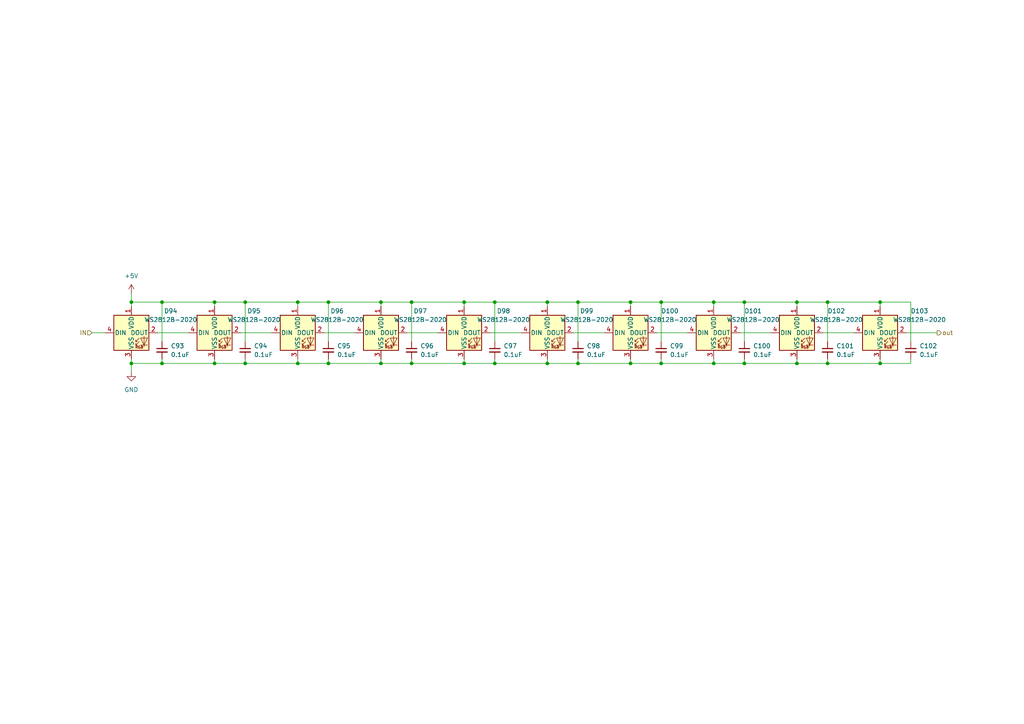
<source format=kicad_sch>
(kicad_sch (version 20231120) (generator "eeschema") (generator_version "8.0")
  (paper "A4")
  (title_block (title "SONY Speaker LED Small") (company "ProductYZ"))
  (lib_symbols
    (symbol "Device:C_Small" (pin_numbers hide) (pin_names (offset 0.254) hide)
      (property "Reference" "C" (at 0.254 1.778 0))
      (property "Value" "C_Small" (at 0.254 -2.032 0))
      (symbol "C_Small_0_1"
        (polyline (pts (xy -1.524 -0.508) (xy 1.524 -0.508)) (stroke (width 0.3302)))
        (polyline (pts (xy -1.524 0.508) (xy 1.524 0.508)) (stroke (width 0.3048)))
      )
      (symbol "C_Small_1_1"
        (pin passive line (at 0 2.54 270) (length 2.032) (name "~") (number "1"))
        (pin passive line (at 0 -2.54 90) (length 2.032) (name "~") (number "2"))
      )
    )
    (symbol "LED:WS2812B" (pin_names (offset 0.254))
      (property "Reference" "D" (at 5.08 5.715 0))
      (property "Value" "WS2812B" (at 1.27 -5.715 0))
      (symbol "WS2812B_0_0"
        (text "RGB" (at 2.286 -4.191 0) (effects (font (size 0.762 0.762))))
      )
      (symbol "WS2812B_0_1"
        (polyline (pts (xy 1.27 -3.556) (xy 1.778 -3.556)))
        (polyline (pts (xy 1.27 -2.54) (xy 1.778 -2.54)))
        (polyline (pts (xy 4.699 -3.556) (xy 2.667 -3.556)))
        (polyline (pts (xy 2.286 -2.54) (xy 1.27 -3.556) (xy 1.27 -3.048)))
        (polyline (pts (xy 2.286 -1.524) (xy 1.27 -2.54) (xy 1.27 -2.032)))
        (polyline (pts (xy 3.683 -1.016) (xy 3.683 -3.556) (xy 3.683 -4.064)))
        (polyline (pts (xy 4.699 -1.524) (xy 2.667 -1.524) (xy 3.683 -3.556) (xy 4.699 -1.524)))
        (rectangle (start 5.08 5.08) (end -5.08 -5.08) (stroke (width 0.254)) (fill (type background)))
      )
      (symbol "WS2812B_1_1"
        (pin power_in line (at 0 7.62 270) (length 2.54) (name "VDD") (number "1"))
        (pin output line (at 7.62 0 180) (length 2.54) (name "DOUT") (number "2"))
        (pin power_in line (at 0 -7.62 90) (length 2.54) (name "VSS") (number "3"))
        (pin input line (at -7.62 0 0) (length 2.54) (name "DIN") (number "4"))
      )
    )
    (symbol "power:+5V" (power) (pin_numbers hide) (pin_names (offset 0) hide)
      (property "Value" "+5V" (at 0 3.556 0))
      (symbol "+5V_0_1"
        (polyline (pts (xy -0.762 1.27) (xy 0 2.54)))
        (polyline (pts (xy 0 0) (xy 0 2.54)))
        (polyline (pts (xy 0 2.54) (xy 0.762 1.27)))
      )
      (symbol "+5V_1_1"
        (pin power_in line (at 0 0 90) (length 0) (name "~") (number "1"))
      )
    )
    (symbol "power:GND" (power) (pin_numbers hide) (pin_names (offset 0) hide)
      (property "Value" "GND" (at 0 -3.81 0))
      (symbol "GND_0_1"
        (polyline (pts (xy 0 0) (xy 0 -1.27) (xy 1.27 -1.27) (xy 0 -2.54) (xy -1.27 -1.27) (xy 0 -1.27)))
      )
      (symbol "GND_1_1"
        (pin power_in line (at 0 0 270) (length 0) (name "~") (number "1"))
      )
    )
  )
  (junction (at 86.36 105.41))
  (junction (at 158.75 105.41))
  (junction (at 167.64 105.41))
  (junction (at 215.9 105.41))
  (junction (at 134.62 105.41))
  (junction (at 46.99 87.63))
  (junction (at 182.88 105.41))
  (junction (at 191.77 87.63))
  (junction (at 95.25 87.63))
  (junction (at 62.23 87.63))
  (junction (at 38.1 105.41))
  (junction (at 182.88 87.63))
  (junction (at 158.75 87.63))
  (junction (at 119.38 87.63))
  (junction (at 255.27 87.63))
  (junction (at 134.62 87.63))
  (junction (at 110.49 105.41))
  (junction (at 110.49 87.63))
  (junction (at 240.03 105.41))
  (junction (at 95.25 105.41))
  (junction (at 231.14 87.63))
  (junction (at 207.01 87.63))
  (junction (at 71.12 105.41))
  (junction (at 86.36 87.63))
  (junction (at 215.9 87.63))
  (junction (at 231.14 105.41))
  (junction (at 143.51 105.41))
  (junction (at 143.51 87.63))
  (junction (at 191.77 105.41))
  (junction (at 62.23 105.41))
  (junction (at 255.27 105.41))
  (junction (at 119.38 105.41))
  (junction (at 207.01 105.41))
  (junction (at 240.03 87.63))
  (junction (at 167.64 87.63))
  (junction (at 38.1 87.63))
  (junction (at 46.99 105.41))
  (junction (at 71.12 87.63))
  (wire (pts (xy 46.99 105.41) (xy 46.99 104.14)))
  (wire (pts (xy 110.49 104.14) (xy 110.49 105.41)))
  (wire (pts (xy 238.76 96.52) (xy 247.65 96.52)))
  (wire (pts (xy 158.75 88.9) (xy 158.75 87.63)))
  (wire (pts (xy 143.51 105.41) (xy 143.51 104.14)))
  (wire (pts (xy 264.16 87.63) (xy 264.16 99.06)))
  (wire (pts (xy 214.63 96.52) (xy 223.52 96.52)))
  (wire (pts (xy 191.77 105.41) (xy 207.01 105.41)))
  (wire (pts (xy 38.1 85.09) (xy 38.1 87.63)))
  (wire (pts (xy 62.23 88.9) (xy 62.23 87.63)))
  (wire (pts (xy 231.14 87.63) (xy 240.03 87.63)))
  (wire (pts (xy 215.9 87.63) (xy 215.9 99.06)))
  (wire (pts (xy 118.11 96.52) (xy 127 96.52)))
  (wire (pts (xy 134.62 105.41) (xy 143.51 105.41)))
  (wire (pts (xy 191.77 87.63) (xy 191.77 99.06)))
  (wire (pts (xy 62.23 105.41) (xy 71.12 105.41)))
  (wire (pts (xy 182.88 105.41) (xy 191.77 105.41)))
  (wire (pts (xy 71.12 87.63) (xy 86.36 87.63)))
  (wire (pts (xy 95.25 87.63) (xy 110.49 87.63)))
  (wire (pts (xy 158.75 105.41) (xy 167.64 105.41)))
  (wire (pts (xy 46.99 87.63) (xy 62.23 87.63)))
  (wire (pts (xy 158.75 87.63) (xy 167.64 87.63)))
  (wire (pts (xy 167.64 105.41) (xy 182.88 105.41)))
  (wire (pts (xy 38.1 104.14) (xy 38.1 105.41)))
  (wire (pts (xy 190.5 96.52) (xy 199.39 96.52)))
  (wire (pts (xy 86.36 105.41) (xy 95.25 105.41)))
  (wire (pts (xy 262.89 96.52) (xy 271.78 96.52)))
  (wire (pts (xy 143.51 105.41) (xy 158.75 105.41)))
  (wire (pts (xy 167.64 87.63) (xy 182.88 87.63)))
  (wire (pts (xy 46.99 87.63) (xy 46.99 99.06)))
  (wire (pts (xy 71.12 87.63) (xy 71.12 99.06)))
  (wire (pts (xy 38.1 88.9) (xy 38.1 87.63)))
  (wire (pts (xy 38.1 105.41) (xy 38.1 107.95)))
  (wire (pts (xy 191.77 87.63) (xy 207.01 87.63)))
  (wire (pts (xy 231.14 104.14) (xy 231.14 105.41)))
  (wire (pts (xy 95.25 105.41) (xy 110.49 105.41)))
  (wire (pts (xy 86.36 104.14) (xy 86.36 105.41)))
  (wire (pts (xy 255.27 105.41) (xy 264.16 105.41)))
  (wire (pts (xy 69.85 96.52) (xy 78.74 96.52)))
  (wire (pts (xy 207.01 105.41) (xy 215.9 105.41)))
  (wire (pts (xy 134.62 88.9) (xy 134.62 87.63)))
  (wire (pts (xy 182.88 87.63) (xy 191.77 87.63)))
  (wire (pts (xy 240.03 105.41) (xy 240.03 104.14)))
  (wire (pts (xy 71.12 105.41) (xy 71.12 104.14)))
  (wire (pts (xy 86.36 87.63) (xy 95.25 87.63)))
  (wire (pts (xy 191.77 105.41) (xy 191.77 104.14)))
  (wire (pts (xy 71.12 105.41) (xy 86.36 105.41)))
  (wire (pts (xy 46.99 105.41) (xy 62.23 105.41)))
  (wire (pts (xy 240.03 87.63) (xy 255.27 87.63)))
  (wire (pts (xy 134.62 87.63) (xy 143.51 87.63)))
  (wire (pts (xy 207.01 88.9) (xy 207.01 87.63)))
  (wire (pts (xy 215.9 105.41) (xy 215.9 104.14)))
  (wire (pts (xy 207.01 104.14) (xy 207.01 105.41)))
  (wire (pts (xy 231.14 105.41) (xy 240.03 105.41)))
  (wire (pts (xy 134.62 104.14) (xy 134.62 105.41)))
  (wire (pts (xy 255.27 104.14) (xy 255.27 105.41)))
  (wire (pts (xy 38.1 105.41) (xy 46.99 105.41)))
  (wire (pts (xy 215.9 87.63) (xy 231.14 87.63)))
  (wire (pts (xy 166.37 96.52) (xy 175.26 96.52)))
  (wire (pts (xy 110.49 88.9) (xy 110.49 87.63)))
  (wire (pts (xy 93.98 96.52) (xy 102.87 96.52)))
  (wire (pts (xy 86.36 88.9) (xy 86.36 87.63)))
  (wire (pts (xy 182.88 104.14) (xy 182.88 105.41)))
  (wire (pts (xy 215.9 105.41) (xy 231.14 105.41)))
  (wire (pts (xy 142.24 96.52) (xy 151.13 96.52)))
  (wire (pts (xy 182.88 88.9) (xy 182.88 87.63)))
  (wire (pts (xy 119.38 87.63) (xy 134.62 87.63)))
  (wire (pts (xy 38.1 87.63) (xy 46.99 87.63)))
  (wire (pts (xy 119.38 105.41) (xy 119.38 104.14)))
  (wire (pts (xy 62.23 104.14) (xy 62.23 105.41)))
  (wire (pts (xy 26.67 96.52) (xy 30.48 96.52)))
  (wire (pts (xy 143.51 87.63) (xy 143.51 99.06)))
  (wire (pts (xy 255.27 88.9) (xy 255.27 87.63)))
  (wire (pts (xy 110.49 105.41) (xy 119.38 105.41)))
  (wire (pts (xy 95.25 105.41) (xy 95.25 104.14)))
  (wire (pts (xy 207.01 87.63) (xy 215.9 87.63)))
  (wire (pts (xy 119.38 87.63) (xy 119.38 99.06)))
  (wire (pts (xy 110.49 87.63) (xy 119.38 87.63)))
  (wire (pts (xy 231.14 88.9) (xy 231.14 87.63)))
  (wire (pts (xy 167.64 87.63) (xy 167.64 99.06)))
  (wire (pts (xy 167.64 105.41) (xy 167.64 104.14)))
  (wire (pts (xy 264.16 105.41) (xy 264.16 104.14)))
  (wire (pts (xy 119.38 105.41) (xy 134.62 105.41)))
  (wire (pts (xy 62.23 87.63) (xy 71.12 87.63)))
  (wire (pts (xy 158.75 104.14) (xy 158.75 105.41)))
  (wire (pts (xy 95.25 87.63) (xy 95.25 99.06)))
  (wire (pts (xy 45.72 96.52) (xy 54.61 96.52)))
  (wire (pts (xy 240.03 105.41) (xy 255.27 105.41)))
  (wire (pts (xy 143.51 87.63) (xy 158.75 87.63)))
  (wire (pts (xy 255.27 87.63) (xy 264.16 87.63)))
  (wire (pts (xy 240.03 87.63) (xy 240.03 99.06)))
  (hierarchical_label "out" (shape output) (at 271.78 96.52 0))
  (hierarchical_label "IN" (shape input) (at 26.67 96.52 180))
  (symbol (lib_id "LED:WS2812B") (at 134.62 96.52 0) (unit 1)
    (property "Reference" "D98" (at 146.05 90.2014 0))
    (property "Value" "WS2812B-2020" (at 146.05 92.7414 0))
    (property "Footprint" "LED_SMD:LED_WS2812B_PLCC4_5.0x5.0mm_P3.2mm" (effects (hide yes)))
    (property "Datasheet" "https://cdn-shop.adafruit.com/datasheets/WS2812B.pdf" (effects (hide yes)))
    (property "Description" "RGB LED with integrated controller" (effects (hide yes)))
    (instances (project "kicad_SONY_Speaker_LED_small" (path "" (reference "D98") (unit 1)) (path "" (reference "D108") (unit 1)) (path "" (reference "D78") (unit 1)) (path "" (reference "D48") (unit 1)) (path "" (reference "D88") (unit 1)) (path "" (reference "D68") (unit 1)) (path "" (reference "D38") (unit 1)) (path "" (reference "D18") (unit 1)) (path "" (reference "D28") (unit 1)) (path "" (reference "D58") (unit 1)) (path "" (reference "D118") (unit 1))))
  )
  (symbol (lib_id "LED:WS2812B") (at 207.01 96.52 0) (unit 1)
    (property "Reference" "D101" (at 218.44 90.2014 0))
    (property "Value" "WS2812B-2020" (at 218.44 92.7414 0))
    (property "Footprint" "LED_SMD:LED_WS2812B_PLCC4_5.0x5.0mm_P3.2mm" (effects (hide yes)))
    (property "Datasheet" "https://cdn-shop.adafruit.com/datasheets/WS2812B.pdf" (effects (hide yes)))
    (property "Description" "RGB LED with integrated controller" (effects (hide yes)))
    (instances (project "kicad_SONY_Speaker_LED_small" (path "" (reference "D101") (unit 1)) (path "" (reference "D111") (unit 1)) (path "" (reference "D81") (unit 1)) (path "" (reference "D51") (unit 1)) (path "" (reference "D91") (unit 1)) (path "" (reference "D71") (unit 1)) (path "" (reference "D41") (unit 1)) (path "" (reference "D21") (unit 1)) (path "" (reference "D31") (unit 1)) (path "" (reference "D61") (unit 1)) (path "" (reference "D121") (unit 1))))
  )
  (symbol (lib_id "power:+5V") (at 38.1 85.09 0) (unit 1)
    (property "Reference" "#PWR029" (effects (hide yes)))
    (property "Value" "+5V" (at 38.1 80.01 0))
    (property "Description" "Power symbol creates a global label with name \"+5V\"" (effects (hide yes)))
    (instances (project "kicad_SONY_Speaker_LED_small" (path "" (reference "#PWR029") (unit 1)) (path "" (reference "#PWR031") (unit 1)) (path "" (reference "#PWR025") (unit 1)) (path "" (reference "#PWR019") (unit 1)) (path "" (reference "#PWR027") (unit 1)) (path "" (reference "#PWR023") (unit 1)) (path "" (reference "#PWR017") (unit 1)) (path "" (reference "#PWR013") (unit 1)) (path "" (reference "#PWR015") (unit 1)) (path "" (reference "#PWR021") (unit 1)) (path "" (reference "#PWR033") (unit 1))))
  )
  (symbol (lib_id "Device:C_Small") (at 167.64 101.6 0) (unit 1)
    (property "Reference" "C98" (at 170.18 100.3362 0) (effects (justify left)))
    (property "Value" "0.1uF" (at 170.18 102.8762 0) (effects (justify left)))
    (property "Description" "Unpolarized capacitor, small symbol" (effects (hide yes)))
    (instances (project "kicad_SONY_Speaker_LED_small" (path "" (reference "C98") (unit 1)) (path "" (reference "C108") (unit 1)) (path "" (reference "C78") (unit 1)) (path "" (reference "C48") (unit 1)) (path "" (reference "C88") (unit 1)) (path "" (reference "C68") (unit 1)) (path "" (reference "C38") (unit 1)) (path "" (reference "C18") (unit 1)) (path "" (reference "C28") (unit 1)) (path "" (reference "C58") (unit 1)) (path "" (reference "C118") (unit 1))))
  )
  (symbol (lib_id "LED:WS2812B") (at 38.1 96.52 0) (unit 1)
    (property "Reference" "D94" (at 49.53 90.2014 0))
    (property "Value" "WS2812B-2020" (at 49.53 92.7414 0))
    (property "Footprint" "LED_SMD:LED_WS2812B_PLCC4_5.0x5.0mm_P3.2mm" (effects (hide yes)))
    (property "Datasheet" "https://cdn-shop.adafruit.com/datasheets/WS2812B.pdf" (effects (hide yes)))
    (property "Description" "RGB LED with integrated controller" (effects (hide yes)))
    (instances (project "kicad_SONY_Speaker_LED_small" (path "" (reference "D94") (unit 1)) (path "" (reference "D104") (unit 1)) (path "" (reference "D74") (unit 1)) (path "" (reference "D44") (unit 1)) (path "" (reference "D84") (unit 1)) (path "" (reference "D64") (unit 1)) (path "" (reference "D34") (unit 1)) (path "" (reference "D14") (unit 1)) (path "" (reference "D24") (unit 1)) (path "" (reference "D54") (unit 1)) (path "" (reference "D114") (unit 1))))
  )
  (symbol (lib_id "Device:C_Small") (at 215.9 101.6 0) (unit 1)
    (property "Reference" "C100" (at 218.44 100.3362 0) (effects (justify left)))
    (property "Value" "0.1uF" (at 218.44 102.8762 0) (effects (justify left)))
    (property "Description" "Unpolarized capacitor, small symbol" (effects (hide yes)))
    (instances (project "kicad_SONY_Speaker_LED_small" (path "" (reference "C100") (unit 1)) (path "" (reference "C110") (unit 1)) (path "" (reference "C80") (unit 1)) (path "" (reference "C50") (unit 1)) (path "" (reference "C90") (unit 1)) (path "" (reference "C70") (unit 1)) (path "" (reference "C40") (unit 1)) (path "" (reference "C20") (unit 1)) (path "" (reference "C30") (unit 1)) (path "" (reference "C60") (unit 1)) (path "" (reference "C120") (unit 1))))
  )
  (symbol (lib_id "LED:WS2812B") (at 231.14 96.52 0) (unit 1)
    (property "Reference" "D102" (at 242.57 90.2014 0))
    (property "Value" "WS2812B-2020" (at 242.57 92.7414 0))
    (property "Footprint" "LED_SMD:LED_WS2812B_PLCC4_5.0x5.0mm_P3.2mm" (effects (hide yes)))
    (property "Datasheet" "https://cdn-shop.adafruit.com/datasheets/WS2812B.pdf" (effects (hide yes)))
    (property "Description" "RGB LED with integrated controller" (effects (hide yes)))
    (instances (project "kicad_SONY_Speaker_LED_small" (path "" (reference "D102") (unit 1)) (path "" (reference "D112") (unit 1)) (path "" (reference "D82") (unit 1)) (path "" (reference "D52") (unit 1)) (path "" (reference "D92") (unit 1)) (path "" (reference "D72") (unit 1)) (path "" (reference "D42") (unit 1)) (path "" (reference "D22") (unit 1)) (path "" (reference "D32") (unit 1)) (path "" (reference "D62") (unit 1)) (path "" (reference "D122") (unit 1))))
  )
  (symbol (lib_id "Device:C_Small") (at 143.51 101.6 0) (unit 1)
    (property "Reference" "C97" (at 146.05 100.3362 0) (effects (justify left)))
    (property "Value" "0.1uF" (at 146.05 102.8762 0) (effects (justify left)))
    (property "Description" "Unpolarized capacitor, small symbol" (effects (hide yes)))
    (instances (project "kicad_SONY_Speaker_LED_small" (path "" (reference "C97") (unit 1)) (path "" (reference "C107") (unit 1)) (path "" (reference "C77") (unit 1)) (path "" (reference "C47") (unit 1)) (path "" (reference "C87") (unit 1)) (path "" (reference "C67") (unit 1)) (path "" (reference "C37") (unit 1)) (path "" (reference "C17") (unit 1)) (path "" (reference "C27") (unit 1)) (path "" (reference "C57") (unit 1)) (path "" (reference "C117") (unit 1))))
  )
  (symbol (lib_id "Device:C_Small") (at 240.03 101.6 0) (unit 1)
    (property "Reference" "C101" (at 242.57 100.3362 0) (effects (justify left)))
    (property "Value" "0.1uF" (at 242.57 102.8762 0) (effects (justify left)))
    (property "Description" "Unpolarized capacitor, small symbol" (effects (hide yes)))
    (instances (project "kicad_SONY_Speaker_LED_small" (path "" (reference "C101") (unit 1)) (path "" (reference "C111") (unit 1)) (path "" (reference "C81") (unit 1)) (path "" (reference "C51") (unit 1)) (path "" (reference "C91") (unit 1)) (path "" (reference "C71") (unit 1)) (path "" (reference "C41") (unit 1)) (path "" (reference "C21") (unit 1)) (path "" (reference "C31") (unit 1)) (path "" (reference "C61") (unit 1)) (path "" (reference "C121") (unit 1))))
  )
  (symbol (lib_id "Device:C_Small") (at 46.99 101.6 0) (unit 1)
    (property "Reference" "C93" (at 49.53 100.3362 0) (effects (justify left)))
    (property "Value" "0.1uF" (at 49.53 102.8762 0) (effects (justify left)))
    (property "Description" "Unpolarized capacitor, small symbol" (effects (hide yes)))
    (instances (project "kicad_SONY_Speaker_LED_small" (path "" (reference "C93") (unit 1)) (path "" (reference "C103") (unit 1)) (path "" (reference "C73") (unit 1)) (path "" (reference "C43") (unit 1)) (path "" (reference "C83") (unit 1)) (path "" (reference "C63") (unit 1)) (path "" (reference "C33") (unit 1)) (path "" (reference "C13") (unit 1)) (path "" (reference "C23") (unit 1)) (path "" (reference "C53") (unit 1)) (path "" (reference "C113") (unit 1))))
  )
  (symbol (lib_id "Device:C_Small") (at 119.38 101.6 0) (unit 1)
    (property "Reference" "C96" (at 121.92 100.3362 0) (effects (justify left)))
    (property "Value" "0.1uF" (at 121.92 102.8762 0) (effects (justify left)))
    (property "Description" "Unpolarized capacitor, small symbol" (effects (hide yes)))
    (instances (project "kicad_SONY_Speaker_LED_small" (path "" (reference "C96") (unit 1)) (path "" (reference "C106") (unit 1)) (path "" (reference "C76") (unit 1)) (path "" (reference "C46") (unit 1)) (path "" (reference "C86") (unit 1)) (path "" (reference "C66") (unit 1)) (path "" (reference "C36") (unit 1)) (path "" (reference "C16") (unit 1)) (path "" (reference "C26") (unit 1)) (path "" (reference "C56") (unit 1)) (path "" (reference "C116") (unit 1))))
  )
  (symbol (lib_id "LED:WS2812B") (at 86.36 96.52 0) (unit 1)
    (property "Reference" "D96" (at 97.79 90.2014 0))
    (property "Value" "WS2812B-2020" (at 97.79 92.7414 0))
    (property "Footprint" "LED_SMD:LED_WS2812B_PLCC4_5.0x5.0mm_P3.2mm" (effects (hide yes)))
    (property "Datasheet" "https://cdn-shop.adafruit.com/datasheets/WS2812B.pdf" (effects (hide yes)))
    (property "Description" "RGB LED with integrated controller" (effects (hide yes)))
    (instances (project "kicad_SONY_Speaker_LED_small" (path "" (reference "D96") (unit 1)) (path "" (reference "D106") (unit 1)) (path "" (reference "D76") (unit 1)) (path "" (reference "D46") (unit 1)) (path "" (reference "D86") (unit 1)) (path "" (reference "D66") (unit 1)) (path "" (reference "D36") (unit 1)) (path "" (reference "D16") (unit 1)) (path "" (reference "D26") (unit 1)) (path "" (reference "D56") (unit 1)) (path "" (reference "D116") (unit 1))))
  )
  (symbol (lib_id "LED:WS2812B") (at 255.27 96.52 0) (unit 1)
    (property "Reference" "D103" (at 266.7 90.2014 0))
    (property "Value" "WS2812B-2020" (at 266.7 92.7414 0))
    (property "Footprint" "LED_SMD:LED_WS2812B_PLCC4_5.0x5.0mm_P3.2mm" (effects (hide yes)))
    (property "Datasheet" "https://cdn-shop.adafruit.com/datasheets/WS2812B.pdf" (effects (hide yes)))
    (property "Description" "RGB LED with integrated controller" (effects (hide yes)))
    (instances (project "kicad_SONY_Speaker_LED_small" (path "" (reference "D103") (unit 1)) (path "" (reference "D113") (unit 1)) (path "" (reference "D83") (unit 1)) (path "" (reference "D53") (unit 1)) (path "" (reference "D93") (unit 1)) (path "" (reference "D73") (unit 1)) (path "" (reference "D43") (unit 1)) (path "" (reference "D23") (unit 1)) (path "" (reference "D33") (unit 1)) (path "" (reference "D63") (unit 1)) (path "" (reference "D123") (unit 1))))
  )
  (symbol (lib_id "LED:WS2812B") (at 182.88 96.52 0) (unit 1)
    (property "Reference" "D100" (at 194.31 90.2014 0))
    (property "Value" "WS2812B-2020" (at 194.31 92.7414 0))
    (property "Footprint" "LED_SMD:LED_WS2812B_PLCC4_5.0x5.0mm_P3.2mm" (effects (hide yes)))
    (property "Datasheet" "https://cdn-shop.adafruit.com/datasheets/WS2812B.pdf" (effects (hide yes)))
    (property "Description" "RGB LED with integrated controller" (effects (hide yes)))
    (instances (project "kicad_SONY_Speaker_LED_small" (path "" (reference "D100") (unit 1)) (path "" (reference "D110") (unit 1)) (path "" (reference "D80") (unit 1)) (path "" (reference "D50") (unit 1)) (path "" (reference "D90") (unit 1)) (path "" (reference "D70") (unit 1)) (path "" (reference "D40") (unit 1)) (path "" (reference "D20") (unit 1)) (path "" (reference "D30") (unit 1)) (path "" (reference "D60") (unit 1)) (path "" (reference "D120") (unit 1))))
  )
  (symbol (lib_id "Device:C_Small") (at 191.77 101.6 0) (unit 1)
    (property "Reference" "C99" (at 194.31 100.3362 0) (effects (justify left)))
    (property "Value" "0.1uF" (at 194.31 102.8762 0) (effects (justify left)))
    (property "Description" "Unpolarized capacitor, small symbol" (effects (hide yes)))
    (instances (project "kicad_SONY_Speaker_LED_small" (path "" (reference "C99") (unit 1)) (path "" (reference "C109") (unit 1)) (path "" (reference "C79") (unit 1)) (path "" (reference "C49") (unit 1)) (path "" (reference "C89") (unit 1)) (path "" (reference "C69") (unit 1)) (path "" (reference "C39") (unit 1)) (path "" (reference "C19") (unit 1)) (path "" (reference "C29") (unit 1)) (path "" (reference "C59") (unit 1)) (path "" (reference "C119") (unit 1))))
  )
  (symbol (lib_id "LED:WS2812B") (at 62.23 96.52 0) (unit 1)
    (property "Reference" "D95" (at 73.66 90.2014 0))
    (property "Value" "WS2812B-2020" (at 73.66 92.7414 0))
    (property "Footprint" "LED_SMD:LED_WS2812B_PLCC4_5.0x5.0mm_P3.2mm" (effects (hide yes)))
    (property "Datasheet" "https://cdn-shop.adafruit.com/datasheets/WS2812B.pdf" (effects (hide yes)))
    (property "Description" "RGB LED with integrated controller" (effects (hide yes)))
    (instances (project "kicad_SONY_Speaker_LED_small" (path "" (reference "D95") (unit 1)) (path "" (reference "D105") (unit 1)) (path "" (reference "D75") (unit 1)) (path "" (reference "D45") (unit 1)) (path "" (reference "D85") (unit 1)) (path "" (reference "D65") (unit 1)) (path "" (reference "D35") (unit 1)) (path "" (reference "D15") (unit 1)) (path "" (reference "D25") (unit 1)) (path "" (reference "D55") (unit 1)) (path "" (reference "D115") (unit 1))))
  )
  (symbol (lib_id "LED:WS2812B") (at 110.49 96.52 0) (unit 1)
    (property "Reference" "D97" (at 121.92 90.2014 0))
    (property "Value" "WS2812B-2020" (at 121.92 92.7414 0))
    (property "Footprint" "LED_SMD:LED_WS2812B_PLCC4_5.0x5.0mm_P3.2mm" (effects (hide yes)))
    (property "Datasheet" "https://cdn-shop.adafruit.com/datasheets/WS2812B.pdf" (effects (hide yes)))
    (property "Description" "RGB LED with integrated controller" (effects (hide yes)))
    (instances (project "kicad_SONY_Speaker_LED_small" (path "" (reference "D97") (unit 1)) (path "" (reference "D107") (unit 1)) (path "" (reference "D77") (unit 1)) (path "" (reference "D47") (unit 1)) (path "" (reference "D87") (unit 1)) (path "" (reference "D67") (unit 1)) (path "" (reference "D37") (unit 1)) (path "" (reference "D17") (unit 1)) (path "" (reference "D27") (unit 1)) (path "" (reference "D57") (unit 1)) (path "" (reference "D117") (unit 1))))
  )
  (symbol (lib_id "power:GND") (at 38.1 107.95 0) (unit 1)
    (property "Reference" "#PWR030" (effects (hide yes)))
    (property "Value" "GND" (at 38.1 113.03 0))
    (property "Description" "Power symbol creates a global label with name \"GND\" , ground" (effects (hide yes)))
    (instances (project "kicad_SONY_Speaker_LED_small" (path "" (reference "#PWR030") (unit 1)) (path "" (reference "#PWR032") (unit 1)) (path "" (reference "#PWR026") (unit 1)) (path "" (reference "#PWR020") (unit 1)) (path "" (reference "#PWR028") (unit 1)) (path "" (reference "#PWR024") (unit 1)) (path "" (reference "#PWR018") (unit 1)) (path "" (reference "#PWR014") (unit 1)) (path "" (reference "#PWR016") (unit 1)) (path "" (reference "#PWR022") (unit 1)) (path "" (reference "#PWR034") (unit 1))))
  )
  (symbol (lib_id "LED:WS2812B") (at 158.75 96.52 0) (unit 1)
    (property "Reference" "D99" (at 170.18 90.2014 0))
    (property "Value" "WS2812B-2020" (at 170.18 92.7414 0))
    (property "Footprint" "LED_SMD:LED_WS2812B_PLCC4_5.0x5.0mm_P3.2mm" (effects (hide yes)))
    (property "Datasheet" "https://cdn-shop.adafruit.com/datasheets/WS2812B.pdf" (effects (hide yes)))
    (property "Description" "RGB LED with integrated controller" (effects (hide yes)))
    (instances (project "kicad_SONY_Speaker_LED_small" (path "" (reference "D99") (unit 1)) (path "" (reference "D109") (unit 1)) (path "" (reference "D79") (unit 1)) (path "" (reference "D49") (unit 1)) (path "" (reference "D89") (unit 1)) (path "" (reference "D69") (unit 1)) (path "" (reference "D39") (unit 1)) (path "" (reference "D19") (unit 1)) (path "" (reference "D29") (unit 1)) (path "" (reference "D59") (unit 1)) (path "" (reference "D119") (unit 1))))
  )
  (symbol (lib_id "Device:C_Small") (at 71.12 101.6 0) (unit 1)
    (property "Reference" "C94" (at 73.66 100.3362 0) (effects (justify left)))
    (property "Value" "0.1uF" (at 73.66 102.8762 0) (effects (justify left)))
    (property "Description" "Unpolarized capacitor, small symbol" (effects (hide yes)))
    (instances (project "kicad_SONY_Speaker_LED_small" (path "" (reference "C94") (unit 1)) (path "" (reference "C104") (unit 1)) (path "" (reference "C74") (unit 1)) (path "" (reference "C44") (unit 1)) (path "" (reference "C84") (unit 1)) (path "" (reference "C64") (unit 1)) (path "" (reference "C34") (unit 1)) (path "" (reference "C14") (unit 1)) (path "" (reference "C24") (unit 1)) (path "" (reference "C54") (unit 1)) (path "" (reference "C114") (unit 1))))
  )
  (symbol (lib_id "Device:C_Small") (at 95.25 101.6 0) (unit 1)
    (property "Reference" "C95" (at 97.79 100.3362 0) (effects (justify left)))
    (property "Value" "0.1uF" (at 97.79 102.8762 0) (effects (justify left)))
    (property "Description" "Unpolarized capacitor, small symbol" (effects (hide yes)))
    (instances (project "kicad_SONY_Speaker_LED_small" (path "" (reference "C95") (unit 1)) (path "" (reference "C105") (unit 1)) (path "" (reference "C75") (unit 1)) (path "" (reference "C45") (unit 1)) (path "" (reference "C85") (unit 1)) (path "" (reference "C65") (unit 1)) (path "" (reference "C35") (unit 1)) (path "" (reference "C15") (unit 1)) (path "" (reference "C25") (unit 1)) (path "" (reference "C55") (unit 1)) (path "" (reference "C115") (unit 1))))
  )
  (symbol (lib_id "Device:C_Small") (at 264.16 101.6 0) (unit 1)
    (property "Reference" "C102" (at 266.7 100.3362 0) (effects (justify left)))
    (property "Value" "0.1uF" (at 266.7 102.8762 0) (effects (justify left)))
    (property "Description" "Unpolarized capacitor, small symbol" (effects (hide yes)))
    (instances (project "kicad_SONY_Speaker_LED_small" (path "" (reference "C102") (unit 1)) (path "" (reference "C112") (unit 1)) (path "" (reference "C82") (unit 1)) (path "" (reference "C52") (unit 1)) (path "" (reference "C92") (unit 1)) (path "" (reference "C72") (unit 1)) (path "" (reference "C42") (unit 1)) (path "" (reference "C22") (unit 1)) (path "" (reference "C32") (unit 1)) (path "" (reference "C62") (unit 1)) (path "" (reference "C122") (unit 1))))
  )
)
</source>
